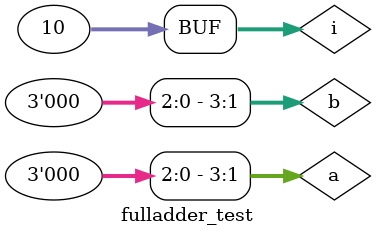
<source format=v>
module fulladder_test;
reg [3:0] a, b;
reg cin;
wire [3:0] sum;
wire carry;
integer i;

fulladder a0 (.a (a), .b (b), .cin (cin), .carry (carry), .sum (sum));

initial begin
	a <= 0;
	b <= 0;
	cin <= 0;
	
	//this section loops ten times to create random test cases
	//the display portion displays the test case in binary and decimal (for checking purpose)
	for (i = 0; i < 10; i = i + 1) begin
		#10 a <= $random;
		    b <= $random;
		    cin <= $random;
	end
end
initial begin
	$monitor ("%t | a=%b | b=%b | cin=%b | sum=%b | carry=%b", $time, a, b, cin, sum, carry);
	$dumpfile("fulladder.vcd");
	$dumpvars();
	$display("\t\ttime");
end
endmodule
</source>
